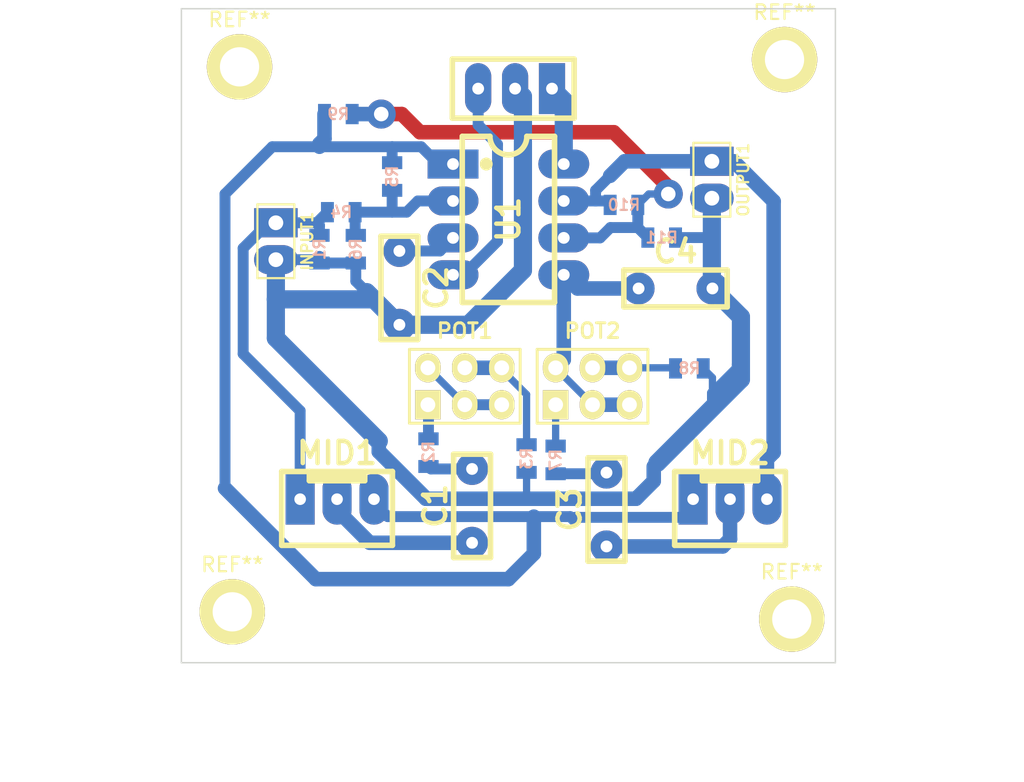
<source format=kicad_pcb>
(kicad_pcb (version 4) (host pcbnew 4.0.0-rc2-stable)

  (general
    (links 44)
    (no_connects 0)
    (area 179.867857 66.1452 250.632143 122.700001)
    (thickness 1.6)
    (drawings 6)
    (tracks 164)
    (zones 0)
    (modules 27)
    (nets 20)
  )

  (page A4)
  (layers
    (0 F.Cu signal)
    (31 B.Cu signal)
    (32 B.Adhes user)
    (33 F.Adhes user)
    (34 B.Paste user)
    (35 F.Paste user)
    (36 B.SilkS user)
    (37 F.SilkS user)
    (38 B.Mask user)
    (39 F.Mask user)
    (40 Dwgs.User user)
    (41 Cmts.User user)
    (42 Eco1.User user)
    (43 Eco2.User user hide)
    (44 Edge.Cuts user)
    (45 Margin user)
    (46 B.CrtYd user)
    (47 F.CrtYd user)
    (48 B.Fab user)
    (49 F.Fab user)
  )

  (setup
    (last_trace_width 0.25)
    (user_trace_width 0.5)
    (user_trace_width 0.75)
    (user_trace_width 1)
    (user_trace_width 1.25)
    (trace_clearance 0.2)
    (zone_clearance 0.508)
    (zone_45_only no)
    (trace_min 0.7)
    (segment_width 0.2)
    (edge_width 0.1)
    (via_size 0.6)
    (via_drill 0.4)
    (via_min_size 0.4)
    (via_min_drill 0.3)
    (user_via 1 0.5)
    (user_via 1.5 1)
    (user_via 2 1)
    (uvia_size 0.3)
    (uvia_drill 0.1)
    (uvias_allowed no)
    (uvia_min_size 0.2)
    (uvia_min_drill 0.1)
    (pcb_text_width 0.3)
    (pcb_text_size 1.5 1.5)
    (mod_edge_width 0.15)
    (mod_text_size 1 1)
    (mod_text_width 0.15)
    (pad_size 1.5 1.5)
    (pad_drill 0.6)
    (pad_to_mask_clearance 0)
    (aux_axis_origin 0 0)
    (visible_elements 7FFFFFFF)
    (pcbplotparams
      (layerselection 0x01000_80000001)
      (usegerberextensions false)
      (excludeedgelayer false)
      (linewidth 0.100000)
      (plotframeref false)
      (viasonmask false)
      (mode 1)
      (useauxorigin false)
      (hpglpennumber 1)
      (hpglpenspeed 20)
      (hpglpendiameter 15)
      (hpglpenoverlay 2)
      (psnegative false)
      (psa4output false)
      (plotreference false)
      (plotvalue false)
      (plotinvisibletext false)
      (padsonsilk false)
      (subtractmaskfromsilk false)
      (outputformat 4)
      (mirror false)
      (drillshape 0)
      (scaleselection 1)
      (outputdirectory ""))
  )

  (net 0 "")
  (net 1 "Net-(C1-Pad2)")
  (net 2 "Net-(C1-Pad1)")
  (net 3 GND)
  (net 4 "Net-(C2-Pad1)")
  (net 5 "Net-(C3-Pad2)")
  (net 6 "Net-(C3-Pad1)")
  (net 7 "Net-(C4-Pad1)")
  (net 8 "Net-(INPUT1-Pad1)")
  (net 9 "Net-(MID1-Pad3)")
  (net 10 "Net-(MID2-Pad3)")
  (net 11 "Net-(POT1-Pad1)")
  (net 12 "Net-(POT2-Pad5)")
  (net 13 "Net-(R4-Pad1)")
  (net 14 "Net-(R10-Pad2)")
  (net 15 "Net-(POT1-Pad5)")
  (net 16 "Net-(POT2-Pad1)")
  (net 17 +V)
  (net 18 -V)
  (net 19 "Net-(POT1-Pad2)")

  (net_class Default "This is the default net class."
    (clearance 0.2)
    (trace_width 0.25)
    (via_dia 0.6)
    (via_drill 0.4)
    (uvia_dia 0.3)
    (uvia_drill 0.1)
    (add_net +V)
    (add_net -V)
    (add_net GND)
    (add_net "Net-(C1-Pad1)")
    (add_net "Net-(C1-Pad2)")
    (add_net "Net-(C2-Pad1)")
    (add_net "Net-(C3-Pad1)")
    (add_net "Net-(C3-Pad2)")
    (add_net "Net-(C4-Pad1)")
    (add_net "Net-(INPUT1-Pad1)")
    (add_net "Net-(MID1-Pad3)")
    (add_net "Net-(MID2-Pad3)")
    (add_net "Net-(POT1-Pad1)")
    (add_net "Net-(POT1-Pad2)")
    (add_net "Net-(POT1-Pad5)")
    (add_net "Net-(POT2-Pad1)")
    (add_net "Net-(POT2-Pad5)")
    (add_net "Net-(R10-Pad2)")
    (add_net "Net-(R4-Pad1)")
  )

  (module Konektori:K_3X1_VERT_KV_R2,54 placed (layer F.Cu) (tedit 50106C9F) (tstamp 56B5FF9A)
    (at 203.21 101.25)
    (descr "Konektor 3x1 vertikalni sa kvačicom. Raster = 2,54. Molex model: 6373.")
    (path /56B5F2B8)
    (fp_text reference MID1 (at 0 -3.175) (layer F.SilkS)
      (effects (font (thickness 0.3048)))
    )
    (fp_text value R_POT (at 0 4.445) (layer F.SilkS) hide
      (effects (font (thickness 0.3048)))
    )
    (fp_line (start 1.778 -1.778) (end -1.778 -1.778) (layer F.SilkS) (width 0.381))
    (fp_line (start -1.778 -1.524) (end 1.778 -1.524) (layer F.SilkS) (width 0.381))
    (fp_line (start -1.905 -1.905) (end -1.905 -1.27) (layer F.SilkS) (width 0.381))
    (fp_line (start -1.905 -1.27) (end 1.905 -1.27) (layer F.SilkS) (width 0.381))
    (fp_line (start 1.905 -1.27) (end 1.905 -1.905) (layer F.SilkS) (width 0.381))
    (fp_line (start -3.81 3.175) (end -3.81 -1.905) (layer F.SilkS) (width 0.381))
    (fp_line (start 3.81 -1.905) (end 3.81 3.175) (layer F.SilkS) (width 0.381))
    (fp_line (start -3.81 -1.905) (end 3.81 -1.905) (layer F.SilkS) (width 0.381))
    (fp_line (start -3.81 3.175) (end 3.81 3.175) (layer F.SilkS) (width 0.381))
    (pad 1 thru_hole rect (at -2.54 0) (size 1.99898 3.50012) (drill 0.8001) (layers *.Cu)
      (net 8 "Net-(INPUT1-Pad1)"))
    (pad 2 thru_hole oval (at 0 0) (size 1.99898 3.50012) (drill 0.8001) (layers *.Cu)
      (net 2 "Net-(C1-Pad1)"))
    (pad 3 thru_hole oval (at 2.54 0) (size 1.99898 3.50012) (drill 0.8001) (layers *.Cu)
      (net 9 "Net-(MID1-Pad3)"))
    (model pin_array/pins_array_3x1.wrl
      (at (xyz 0 0 0))
      (scale (xyz 1 1 1))
      (rotate (xyz 0 0 0))
    )
  )

  (module "Elektronicki elementi:C_R5_D2,5X7,2" placed (layer F.Cu) (tedit 502687A2) (tstamp 56B5FF7B)
    (at 212.5 101.71 90)
    (descr "Kondenzator. Raster = 5. Dimenzije = 2,5 x 7,2.")
    (path /56B6490E)
    (fp_text reference C1 (at 0 -2.54 90) (layer F.SilkS)
      (effects (font (thickness 0.3048)))
    )
    (fp_text value 22n (at 0 3.175 90) (layer F.SilkS) hide
      (effects (font (thickness 0.3048)))
    )
    (fp_line (start -3.556 1.27) (end -3.556 -1.27) (layer F.SilkS) (width 0.381))
    (fp_line (start -3.556 -1.27) (end 3.556 -1.27) (layer F.SilkS) (width 0.381))
    (fp_line (start 3.556 -1.27) (end 3.556 1.27) (layer F.SilkS) (width 0.381))
    (fp_line (start 3.556 1.27) (end -3.556 1.27) (layer F.SilkS) (width 0.381))
    (pad 2 thru_hole circle (at 2.54 0 90) (size 2.19964 2.19964) (drill 0.8128) (layers *.Cu)
      (net 1 "Net-(C1-Pad2)"))
    (pad 1 thru_hole circle (at -2.54 0 90) (size 2.19964 2.19964) (drill 0.8128) (layers *.Cu)
      (net 2 "Net-(C1-Pad1)"))
  )

  (module "Elektronicki elementi:C_R5_D2,5X7,2" placed (layer F.Cu) (tedit 502687A2) (tstamp 56B5FF81)
    (at 207.5 86.71 270)
    (descr "Kondenzator. Raster = 5. Dimenzije = 2,5 x 7,2.")
    (path /56B64B25)
    (fp_text reference C2 (at 0 -2.54 270) (layer F.SilkS)
      (effects (font (thickness 0.3048)))
    )
    (fp_text value 22n (at 0 3.175 270) (layer F.SilkS) hide
      (effects (font (thickness 0.3048)))
    )
    (fp_line (start -3.556 1.27) (end -3.556 -1.27) (layer F.SilkS) (width 0.381))
    (fp_line (start -3.556 -1.27) (end 3.556 -1.27) (layer F.SilkS) (width 0.381))
    (fp_line (start 3.556 -1.27) (end 3.556 1.27) (layer F.SilkS) (width 0.381))
    (fp_line (start 3.556 1.27) (end -3.556 1.27) (layer F.SilkS) (width 0.381))
    (pad 2 thru_hole circle (at 2.54 0 270) (size 2.19964 2.19964) (drill 0.8128) (layers *.Cu)
      (net 3 GND))
    (pad 1 thru_hole circle (at -2.54 0 270) (size 2.19964 2.19964) (drill 0.8128) (layers *.Cu)
      (net 4 "Net-(C2-Pad1)"))
  )

  (module "Elektronicki elementi:C_R5_D2,5X7,2" placed (layer F.Cu) (tedit 502687A2) (tstamp 56B5FF87)
    (at 221.75 101.96 90)
    (descr "Kondenzator. Raster = 5. Dimenzije = 2,5 x 7,2.")
    (path /56B64BA8)
    (fp_text reference C3 (at 0 -2.54 90) (layer F.SilkS)
      (effects (font (thickness 0.3048)))
    )
    (fp_text value 4n7 (at 0 3.175 90) (layer F.SilkS) hide
      (effects (font (thickness 0.3048)))
    )
    (fp_line (start -3.556 1.27) (end -3.556 -1.27) (layer F.SilkS) (width 0.381))
    (fp_line (start -3.556 -1.27) (end 3.556 -1.27) (layer F.SilkS) (width 0.381))
    (fp_line (start 3.556 -1.27) (end 3.556 1.27) (layer F.SilkS) (width 0.381))
    (fp_line (start 3.556 1.27) (end -3.556 1.27) (layer F.SilkS) (width 0.381))
    (pad 2 thru_hole circle (at 2.54 0 90) (size 2.19964 2.19964) (drill 0.8128) (layers *.Cu)
      (net 5 "Net-(C3-Pad2)"))
    (pad 1 thru_hole circle (at -2.54 0 90) (size 2.19964 2.19964) (drill 0.8128) (layers *.Cu)
      (net 6 "Net-(C3-Pad1)"))
  )

  (module "Elektronicki elementi:C_R5_D2,5X7,2" placed (layer F.Cu) (tedit 502687A2) (tstamp 56B5FF8D)
    (at 226.5 86.75)
    (descr "Kondenzator. Raster = 5. Dimenzije = 2,5 x 7,2.")
    (path /56B64C65)
    (fp_text reference C4 (at 0 -2.54) (layer F.SilkS)
      (effects (font (thickness 0.3048)))
    )
    (fp_text value 4n7 (at 0 3.175) (layer F.SilkS) hide
      (effects (font (thickness 0.3048)))
    )
    (fp_line (start -3.556 1.27) (end -3.556 -1.27) (layer F.SilkS) (width 0.381))
    (fp_line (start -3.556 -1.27) (end 3.556 -1.27) (layer F.SilkS) (width 0.381))
    (fp_line (start 3.556 -1.27) (end 3.556 1.27) (layer F.SilkS) (width 0.381))
    (fp_line (start 3.556 1.27) (end -3.556 1.27) (layer F.SilkS) (width 0.381))
    (pad 2 thru_hole circle (at 2.54 0) (size 2.19964 2.19964) (drill 0.8128) (layers *.Cu)
      (net 3 GND))
    (pad 1 thru_hole circle (at -2.54 0) (size 2.19964 2.19964) (drill 0.8128) (layers *.Cu)
      (net 7 "Net-(C4-Pad1)"))
  )

  (module Konektori:K_2x1 placed (layer F.Cu) (tedit 51BDFB59) (tstamp 56B5FF93)
    (at 199 83.5 270)
    (descr "Connecteurs 2 pins")
    (tags "CONN DEV")
    (path /56B5F123)
    (fp_text reference INPUT1 (at 0 -2.159 270) (layer F.SilkS)
      (effects (font (size 0.762 0.762) (thickness 0.1524)))
    )
    (fp_text value K_2X1 (at 0 2.0955 270) (layer F.SilkS) hide
      (effects (font (size 0.762 0.762) (thickness 0.1524)))
    )
    (fp_line (start -2.54 1.27) (end -2.54 -1.27) (layer F.SilkS) (width 0.1524))
    (fp_line (start -2.54 -1.27) (end 2.54 -1.27) (layer F.SilkS) (width 0.1524))
    (fp_line (start 2.54 -1.27) (end 2.54 1.27) (layer F.SilkS) (width 0.1524))
    (fp_line (start 2.54 1.27) (end -2.54 1.27) (layer F.SilkS) (width 0.1524))
    (pad 1 thru_hole rect (at -1.27 0 270) (size 1.99898 2.99974) (drill 1.016) (layers *.Cu *.Mask)
      (net 8 "Net-(INPUT1-Pad1)"))
    (pad 2 thru_hole oval (at 1.27 0 270) (size 1.99898 2.99974) (drill 1.016) (layers *.Cu *.Mask)
      (net 3 GND))
    (model pin_array/pins_array_2x1.wrl
      (at (xyz 0 0 0))
      (scale (xyz 1 1 1))
      (rotate (xyz 0 0 0))
    )
  )

  (module Konektori:K_3X1_VERT_KV_R2,54 placed (layer F.Cu) (tedit 50106C9F) (tstamp 56B5FFA1)
    (at 230.25 101.25)
    (descr "Konektor 3x1 vertikalni sa kvačicom. Raster = 2,54. Molex model: 6373.")
    (path /56B5F349)
    (fp_text reference MID2 (at 0 -3.175) (layer F.SilkS)
      (effects (font (thickness 0.3048)))
    )
    (fp_text value R_POT (at 0 4.445) (layer F.SilkS) hide
      (effects (font (thickness 0.3048)))
    )
    (fp_line (start 1.778 -1.778) (end -1.778 -1.778) (layer F.SilkS) (width 0.381))
    (fp_line (start -1.778 -1.524) (end 1.778 -1.524) (layer F.SilkS) (width 0.381))
    (fp_line (start -1.905 -1.905) (end -1.905 -1.27) (layer F.SilkS) (width 0.381))
    (fp_line (start -1.905 -1.27) (end 1.905 -1.27) (layer F.SilkS) (width 0.381))
    (fp_line (start 1.905 -1.27) (end 1.905 -1.905) (layer F.SilkS) (width 0.381))
    (fp_line (start -3.81 3.175) (end -3.81 -1.905) (layer F.SilkS) (width 0.381))
    (fp_line (start 3.81 -1.905) (end 3.81 3.175) (layer F.SilkS) (width 0.381))
    (fp_line (start -3.81 -1.905) (end 3.81 -1.905) (layer F.SilkS) (width 0.381))
    (fp_line (start -3.81 3.175) (end 3.81 3.175) (layer F.SilkS) (width 0.381))
    (pad 1 thru_hole rect (at -2.54 0) (size 1.99898 3.50012) (drill 0.8001) (layers *.Cu)
      (net 9 "Net-(MID1-Pad3)"))
    (pad 2 thru_hole oval (at 0 0) (size 1.99898 3.50012) (drill 0.8001) (layers *.Cu)
      (net 6 "Net-(C3-Pad1)"))
    (pad 3 thru_hole oval (at 2.54 0) (size 1.99898 3.50012) (drill 0.8001) (layers *.Cu)
      (net 10 "Net-(MID2-Pad3)"))
    (model pin_array/pins_array_3x1.wrl
      (at (xyz 0 0 0))
      (scale (xyz 1 1 1))
      (rotate (xyz 0 0 0))
    )
  )

  (module Konektori:K_2x1 placed (layer F.Cu) (tedit 51BDFB59) (tstamp 56B5FFAD)
    (at 229 79.27 270)
    (descr "Connecteurs 2 pins")
    (tags "CONN DEV")
    (path /56B5FE14)
    (fp_text reference OUTPUT1 (at 0 -2.159 270) (layer F.SilkS)
      (effects (font (size 0.762 0.762) (thickness 0.1524)))
    )
    (fp_text value K_2X1 (at 0 2.0955 270) (layer F.SilkS) hide
      (effects (font (size 0.762 0.762) (thickness 0.1524)))
    )
    (fp_line (start -2.54 1.27) (end -2.54 -1.27) (layer F.SilkS) (width 0.1524))
    (fp_line (start -2.54 -1.27) (end 2.54 -1.27) (layer F.SilkS) (width 0.1524))
    (fp_line (start 2.54 -1.27) (end 2.54 1.27) (layer F.SilkS) (width 0.1524))
    (fp_line (start 2.54 1.27) (end -2.54 1.27) (layer F.SilkS) (width 0.1524))
    (pad 1 thru_hole rect (at -1.27 0 270) (size 1.99898 2.99974) (drill 1.016) (layers *.Cu *.Mask)
      (net 10 "Net-(MID2-Pad3)"))
    (pad 2 thru_hole oval (at 1.27 0 270) (size 1.99898 2.99974) (drill 1.016) (layers *.Cu *.Mask)
      (net 3 GND))
    (model pin_array/pins_array_2x1.wrl
      (at (xyz 0 0 0))
      (scale (xyz 1 1 1))
      (rotate (xyz 0 0 0))
    )
  )

  (module Konektori:K_3X2 placed (layer F.Cu) (tedit 512DE4CE) (tstamp 56B5FFB7)
    (at 212 93.48)
    (descr "Double rangee de contacts 2 x 4 pins")
    (tags CONN)
    (path /56B5F3D4)
    (fp_text reference POT1 (at 0 -3.81) (layer F.SilkS)
      (effects (font (size 1.016 1.016) (thickness 0.2032)))
    )
    (fp_text value R_POT_2 (at 0 3.81) (layer F.SilkS) hide
      (effects (font (size 1.016 1.016) (thickness 0.2032)))
    )
    (fp_line (start 3.81 2.54) (end -3.81 2.54) (layer F.SilkS) (width 0.2032))
    (fp_line (start -3.81 -2.54) (end 3.81 -2.54) (layer F.SilkS) (width 0.2032))
    (fp_line (start 3.81 -2.54) (end 3.81 2.54) (layer F.SilkS) (width 0.2032))
    (fp_line (start -3.81 2.54) (end -3.81 -2.54) (layer F.SilkS) (width 0.2032))
    (pad 1 thru_hole rect (at -2.54 1.27) (size 1.75006 1.99898) (drill 1.016) (layers *.Cu *.Mask F.SilkS)
      (net 11 "Net-(POT1-Pad1)"))
    (pad 4 thru_hole oval (at -2.54 -1.27) (size 1.75006 1.99898) (drill 1.016) (layers *.Cu *.Mask F.SilkS)
      (net 19 "Net-(POT1-Pad2)"))
    (pad 2 thru_hole oval (at 0 1.27) (size 1.75006 1.99898) (drill 1.016) (layers *.Cu *.Mask F.SilkS)
      (net 19 "Net-(POT1-Pad2)"))
    (pad 5 thru_hole oval (at 0 -1.27) (size 1.75006 1.99898) (drill 1.016) (layers *.Cu *.Mask F.SilkS)
      (net 15 "Net-(POT1-Pad5)"))
    (pad 3 thru_hole oval (at 2.54 1.27) (size 1.75006 1.99898) (drill 1.016) (layers *.Cu *.Mask F.SilkS)
      (net 19 "Net-(POT1-Pad2)"))
    (pad 6 thru_hole oval (at 2.54 -1.27) (size 1.75006 1.99898) (drill 1.016) (layers *.Cu *.Mask F.SilkS)
      (net 15 "Net-(POT1-Pad5)"))
    (model pin_array/pins_array_3x2.wrl
      (at (xyz 0 0 0))
      (scale (xyz 1 1 1))
      (rotate (xyz 0 0 0))
    )
  )

  (module Konektori:K_3X2 placed (layer F.Cu) (tedit 512DE4CE) (tstamp 56B5FFC1)
    (at 220.79 93.48)
    (descr "Double rangee de contacts 2 x 4 pins")
    (tags CONN)
    (path /56B5F4B4)
    (fp_text reference POT2 (at 0 -3.81) (layer F.SilkS)
      (effects (font (size 1.016 1.016) (thickness 0.2032)))
    )
    (fp_text value R_POT_2 (at 0 3.81) (layer F.SilkS) hide
      (effects (font (size 1.016 1.016) (thickness 0.2032)))
    )
    (fp_line (start 3.81 2.54) (end -3.81 2.54) (layer F.SilkS) (width 0.2032))
    (fp_line (start -3.81 -2.54) (end 3.81 -2.54) (layer F.SilkS) (width 0.2032))
    (fp_line (start 3.81 -2.54) (end 3.81 2.54) (layer F.SilkS) (width 0.2032))
    (fp_line (start -3.81 2.54) (end -3.81 -2.54) (layer F.SilkS) (width 0.2032))
    (pad 1 thru_hole rect (at -2.54 1.27) (size 1.75006 1.99898) (drill 1.016) (layers *.Cu *.Mask F.SilkS)
      (net 16 "Net-(POT2-Pad1)"))
    (pad 4 thru_hole oval (at -2.54 -1.27) (size 1.75006 1.99898) (drill 1.016) (layers *.Cu *.Mask F.SilkS)
      (net 7 "Net-(C4-Pad1)"))
    (pad 2 thru_hole oval (at 0 1.27) (size 1.75006 1.99898) (drill 1.016) (layers *.Cu *.Mask F.SilkS)
      (net 7 "Net-(C4-Pad1)"))
    (pad 5 thru_hole oval (at 0 -1.27) (size 1.75006 1.99898) (drill 1.016) (layers *.Cu *.Mask F.SilkS)
      (net 12 "Net-(POT2-Pad5)"))
    (pad 3 thru_hole oval (at 2.54 1.27) (size 1.75006 1.99898) (drill 1.016) (layers *.Cu *.Mask F.SilkS)
      (net 7 "Net-(C4-Pad1)"))
    (pad 6 thru_hole oval (at 2.54 -1.27) (size 1.75006 1.99898) (drill 1.016) (layers *.Cu *.Mask F.SilkS)
      (net 12 "Net-(POT2-Pad5)"))
    (model pin_array/pins_array_3x2.wrl
      (at (xyz 0 0 0))
      (scale (xyz 1 1 1))
      (rotate (xyz 0 0 0))
    )
  )

  (module "Elektronicki elementi:R_SMD_0805_NoSilk" placed (layer B.Cu) (tedit 53A2E750) (tstamp 56B5FFC7)
    (at 202 84.0475 270)
    (path /56B5F71D)
    (attr smd)
    (fp_text reference R1 (at 0 0 270) (layer B.SilkS)
      (effects (font (size 0.762 0.762) (thickness 0.1524)) (justify mirror))
    )
    (fp_text value 100k (at 0 0 270) (layer B.SilkS) hide
      (effects (font (size 0.635 0.635) (thickness 0.127)) (justify mirror))
    )
    (pad 1 smd rect (at -0.9525 0 270) (size 0.889 1.397) (layers B.Cu B.Paste B.Mask)
      (net 8 "Net-(INPUT1-Pad1)"))
    (pad 2 smd rect (at 0.9525 0 270) (size 0.889 1.397) (layers B.Cu B.Paste B.Mask)
      (net 3 GND))
    (model smd/chip_cms.wrl
      (at (xyz 0 0 0))
      (scale (xyz 0.1 0.1 0.1))
      (rotate (xyz 0 0 0))
    )
  )

  (module "Elektronicki elementi:R_SMD_0805_NoSilk" placed (layer B.Cu) (tedit 53A2E750) (tstamp 56B5FFCD)
    (at 209.5 98.0475 90)
    (path /56B5FC8A)
    (attr smd)
    (fp_text reference R2 (at 0.0475 0 90) (layer B.SilkS)
      (effects (font (size 0.762 0.762) (thickness 0.1524)) (justify mirror))
    )
    (fp_text value 10k (at 0 0 90) (layer B.SilkS) hide
      (effects (font (size 0.635 0.635) (thickness 0.127)) (justify mirror))
    )
    (pad 1 smd rect (at -0.9525 0 90) (size 0.889 1.397) (layers B.Cu B.Paste B.Mask)
      (net 1 "Net-(C1-Pad2)"))
    (pad 2 smd rect (at 0.9525 0 90) (size 0.889 1.397) (layers B.Cu B.Paste B.Mask)
      (net 11 "Net-(POT1-Pad1)"))
    (model smd/chip_cms.wrl
      (at (xyz 0 0 0))
      (scale (xyz 0.1 0.1 0.1))
      (rotate (xyz 0 0 0))
    )
  )

  (module "Elektronicki elementi:R_SMD_0805_NoSilk" placed (layer B.Cu) (tedit 53A2E750) (tstamp 56B5FFD3)
    (at 216.25 98.4525 270)
    (path /56B5F8CD)
    (attr smd)
    (fp_text reference R3 (at 0 0 270) (layer B.SilkS)
      (effects (font (size 0.762 0.762) (thickness 0.1524)) (justify mirror))
    )
    (fp_text value 10k (at 0 0 270) (layer B.SilkS) hide
      (effects (font (size 0.635 0.635) (thickness 0.127)) (justify mirror))
    )
    (pad 1 smd rect (at -0.9525 0 270) (size 0.889 1.397) (layers B.Cu B.Paste B.Mask)
      (net 15 "Net-(POT1-Pad5)"))
    (pad 2 smd rect (at 0.9525 0 270) (size 0.889 1.397) (layers B.Cu B.Paste B.Mask)
      (net 3 GND))
    (model smd/chip_cms.wrl
      (at (xyz 0 0 0))
      (scale (xyz 0.1 0.1 0.1))
      (rotate (xyz 0 0 0))
    )
  )

  (module "Elektronicki elementi:R_SMD_0805_NoSilk" placed (layer B.Cu) (tedit 53A2E750) (tstamp 56B5FFD9)
    (at 203.5 81.5 180)
    (path /56B5FC01)
    (attr smd)
    (fp_text reference R4 (at 0 0 180) (layer B.SilkS)
      (effects (font (size 0.762 0.762) (thickness 0.1524)) (justify mirror))
    )
    (fp_text value 2k7 (at 0 0 180) (layer B.SilkS) hide
      (effects (font (size 0.635 0.635) (thickness 0.127)) (justify mirror))
    )
    (pad 1 smd rect (at -0.9525 0 180) (size 0.889 1.397) (layers B.Cu B.Paste B.Mask)
      (net 13 "Net-(R4-Pad1)"))
    (pad 2 smd rect (at 0.9525 0 180) (size 0.889 1.397) (layers B.Cu B.Paste B.Mask)
      (net 8 "Net-(INPUT1-Pad1)"))
    (model smd/chip_cms.wrl
      (at (xyz 0 0 0))
      (scale (xyz 0.1 0.1 0.1))
      (rotate (xyz 0 0 0))
    )
  )

  (module "Elektronicki elementi:R_SMD_0805_NoSilk" placed (layer B.Cu) (tedit 53A2E750) (tstamp 56B5FFDF)
    (at 207 79.0475 270)
    (path /56B5FB76)
    (attr smd)
    (fp_text reference R5 (at 0 0 270) (layer B.SilkS)
      (effects (font (size 0.762 0.762) (thickness 0.1524)) (justify mirror))
    )
    (fp_text value 2k7 (at 0 0 270) (layer B.SilkS) hide
      (effects (font (size 0.635 0.635) (thickness 0.127)) (justify mirror))
    )
    (pad 1 smd rect (at -0.9525 0 270) (size 0.889 1.397) (layers B.Cu B.Paste B.Mask)
      (net 9 "Net-(MID1-Pad3)"))
    (pad 2 smd rect (at 0.9525 0 270) (size 0.889 1.397) (layers B.Cu B.Paste B.Mask)
      (net 13 "Net-(R4-Pad1)"))
    (model smd/chip_cms.wrl
      (at (xyz 0 0 0))
      (scale (xyz 0.1 0.1 0.1))
      (rotate (xyz 0 0 0))
    )
  )

  (module "Elektronicki elementi:R_SMD_0805_NoSilk" placed (layer B.Cu) (tedit 53A2E750) (tstamp 56B5FFE5)
    (at 204.5 84.0475 270)
    (path /56B5F802)
    (attr smd)
    (fp_text reference R6 (at 0 0 270) (layer B.SilkS)
      (effects (font (size 0.762 0.762) (thickness 0.1524)) (justify mirror))
    )
    (fp_text value 10k (at 0 0 270) (layer B.SilkS) hide
      (effects (font (size 0.635 0.635) (thickness 0.127)) (justify mirror))
    )
    (pad 1 smd rect (at -0.9525 0 270) (size 0.889 1.397) (layers B.Cu B.Paste B.Mask)
      (net 13 "Net-(R4-Pad1)"))
    (pad 2 smd rect (at 0.9525 0 270) (size 0.889 1.397) (layers B.Cu B.Paste B.Mask)
      (net 3 GND))
    (model smd/chip_cms.wrl
      (at (xyz 0 0 0))
      (scale (xyz 0.1 0.1 0.1))
      (rotate (xyz 0 0 0))
    )
  )

  (module "Elektronicki elementi:R_SMD_0805_NoSilk" placed (layer B.Cu) (tedit 53A2E750) (tstamp 56B5FFEB)
    (at 218.25 98.5475 90)
    (path /56B5FD53)
    (attr smd)
    (fp_text reference R7 (at 0 0 90) (layer B.SilkS)
      (effects (font (size 0.762 0.762) (thickness 0.1524)) (justify mirror))
    )
    (fp_text value 10k (at 0 0 90) (layer B.SilkS) hide
      (effects (font (size 0.635 0.635) (thickness 0.127)) (justify mirror))
    )
    (pad 1 smd rect (at -0.9525 0 90) (size 0.889 1.397) (layers B.Cu B.Paste B.Mask)
      (net 5 "Net-(C3-Pad2)"))
    (pad 2 smd rect (at 0.9525 0 90) (size 0.889 1.397) (layers B.Cu B.Paste B.Mask)
      (net 16 "Net-(POT2-Pad1)"))
    (model smd/chip_cms.wrl
      (at (xyz 0 0 0))
      (scale (xyz 0.1 0.1 0.1))
      (rotate (xyz 0 0 0))
    )
  )

  (module "Elektronicki elementi:R_SMD_0805_NoSilk" placed (layer B.Cu) (tedit 53A2E750) (tstamp 56B5FFF1)
    (at 227.4525 92.25)
    (path /56B5F942)
    (attr smd)
    (fp_text reference R8 (at 0 0) (layer B.SilkS)
      (effects (font (size 0.762 0.762) (thickness 0.1524)) (justify mirror))
    )
    (fp_text value R (at 0 0) (layer B.SilkS) hide
      (effects (font (size 0.635 0.635) (thickness 0.127)) (justify mirror))
    )
    (pad 1 smd rect (at -0.9525 0) (size 0.889 1.397) (layers B.Cu B.Paste B.Mask)
      (net 12 "Net-(POT2-Pad5)"))
    (pad 2 smd rect (at 0.9525 0) (size 0.889 1.397) (layers B.Cu B.Paste B.Mask)
      (net 3 GND))
    (model smd/chip_cms.wrl
      (at (xyz 0 0 0))
      (scale (xyz 0.1 0.1 0.1))
      (rotate (xyz 0 0 0))
    )
  )

  (module "Elektronicki elementi:R_SMD_0805_NoSilk" placed (layer B.Cu) (tedit 53A2E750) (tstamp 56B5FFF7)
    (at 203.2975 74.75 180)
    (path /56B5FA64)
    (attr smd)
    (fp_text reference R9 (at 0 0 180) (layer B.SilkS)
      (effects (font (size 0.762 0.762) (thickness 0.1524)) (justify mirror))
    )
    (fp_text value 2k7 (at 0 0 180) (layer B.SilkS) hide
      (effects (font (size 0.635 0.635) (thickness 0.127)) (justify mirror))
    )
    (pad 1 smd rect (at -0.9525 0 180) (size 0.889 1.397) (layers B.Cu B.Paste B.Mask)
      (net 14 "Net-(R10-Pad2)"))
    (pad 2 smd rect (at 0.9525 0 180) (size 0.889 1.397) (layers B.Cu B.Paste B.Mask)
      (net 9 "Net-(MID1-Pad3)"))
    (model smd/chip_cms.wrl
      (at (xyz 0 0 0))
      (scale (xyz 0.1 0.1 0.1))
      (rotate (xyz 0 0 0))
    )
  )

  (module "Elektronicki elementi:R_SMD_0805_NoSilk" placed (layer B.Cu) (tedit 53A2E750) (tstamp 56B5FFFD)
    (at 222.9525 81)
    (path /56B5FB17)
    (attr smd)
    (fp_text reference R10 (at 0 0) (layer B.SilkS)
      (effects (font (size 0.762 0.762) (thickness 0.1524)) (justify mirror))
    )
    (fp_text value 2k7 (at 0 0) (layer B.SilkS) hide
      (effects (font (size 0.635 0.635) (thickness 0.127)) (justify mirror))
    )
    (pad 1 smd rect (at -0.9525 0) (size 0.889 1.397) (layers B.Cu B.Paste B.Mask)
      (net 10 "Net-(MID2-Pad3)"))
    (pad 2 smd rect (at 0.9525 0) (size 0.889 1.397) (layers B.Cu B.Paste B.Mask)
      (net 14 "Net-(R10-Pad2)"))
    (model smd/chip_cms.wrl
      (at (xyz 0 0 0))
      (scale (xyz 0.1 0.1 0.1))
      (rotate (xyz 0 0 0))
    )
  )

  (module "Elektronicki elementi:R_SMD_0805_NoSilk" placed (layer B.Cu) (tedit 53A2E750) (tstamp 56B60003)
    (at 225.5475 83.25)
    (path /56B5F9F9)
    (attr smd)
    (fp_text reference R11 (at 0 0) (layer B.SilkS)
      (effects (font (size 0.762 0.762) (thickness 0.1524)) (justify mirror))
    )
    (fp_text value 10k (at 0 0) (layer B.SilkS) hide
      (effects (font (size 0.635 0.635) (thickness 0.127)) (justify mirror))
    )
    (pad 1 smd rect (at -0.9525 0) (size 0.889 1.397) (layers B.Cu B.Paste B.Mask)
      (net 14 "Net-(R10-Pad2)"))
    (pad 2 smd rect (at 0.9525 0) (size 0.889 1.397) (layers B.Cu B.Paste B.Mask)
      (net 3 GND))
    (model smd/chip_cms.wrl
      (at (xyz 0 0 0))
      (scale (xyz 0.1 0.1 0.1))
      (rotate (xyz 0 0 0))
    )
  )

  (module "Elektronicki elementi:DIP-8" placed (layer F.Cu) (tedit 50106D41) (tstamp 56B6000F)
    (at 215 82 270)
    (path /56B5F1C6)
    (fp_text reference U1 (at 0 0 270) (layer F.SilkS)
      (effects (font (thickness 0.3048)))
    )
    (fp_text value TL072 (at 0 7.62 270) (layer F.SilkS) hide
      (effects (font (thickness 0.3048)))
    )
    (fp_arc (start -5.715 0) (end -4.445 0) (angle 90) (layer F.SilkS) (width 0.381))
    (fp_arc (start -5.715 0) (end -5.715 -1.27) (angle 90) (layer F.SilkS) (width 0.381))
    (fp_line (start -5.715 -3.175) (end -5.715 -1.27) (layer F.SilkS) (width 0.381))
    (fp_line (start -5.715 1.27) (end -5.715 3.175) (layer F.SilkS) (width 0.381))
    (fp_line (start -5.715 3.175) (end 5.715 3.175) (layer F.SilkS) (width 0.381))
    (fp_line (start 5.715 3.175) (end 5.715 -3.175) (layer F.SilkS) (width 0.381))
    (fp_line (start 5.715 -3.175) (end -5.715 -3.175) (layer F.SilkS) (width 0.381))
    (fp_line (start -4.064 1.524) (end -3.556 1.524) (layer F.SilkS) (width 0.381))
    (fp_circle (center -3.81 1.524) (end -3.556 1.524) (layer F.SilkS) (width 0.381))
    (pad 1 thru_hole rect (at -3.81 3.81 270) (size 1.99898 3.50012) (drill 0.8128) (layers *.Cu)
      (net 9 "Net-(MID1-Pad3)"))
    (pad 2 thru_hole oval (at -1.27 3.81 270) (size 1.99898 3.50012) (drill 0.8128) (layers *.Cu)
      (net 13 "Net-(R4-Pad1)"))
    (pad 3 thru_hole oval (at 1.27 3.81 270) (size 1.99898 3.50012) (drill 0.8128) (layers *.Cu)
      (net 4 "Net-(C2-Pad1)"))
    (pad 4 thru_hole oval (at 3.81 3.81 270) (size 1.99898 3.50012) (drill 0.8128) (layers *.Cu)
      (net 18 -V))
    (pad 5 thru_hole oval (at 3.81 -3.81 270) (size 1.99898 3.50012) (drill 0.8128) (layers *.Cu)
      (net 7 "Net-(C4-Pad1)"))
    (pad 6 thru_hole oval (at 1.27 -3.81 270) (size 1.99898 3.50012) (drill 0.8128) (layers *.Cu)
      (net 14 "Net-(R10-Pad2)"))
    (pad 7 thru_hole oval (at -1.27 -3.81 270) (size 1.99898 3.50012) (drill 0.8128) (layers *.Cu)
      (net 10 "Net-(MID2-Pad3)"))
    (pad 8 thru_hole oval (at -3.81 -3.81 270) (size 1.99898 3.50012) (drill 0.8128) (layers *.Cu)
      (net 17 +V))
    (model dil/dil_8.wrl
      (at (xyz 0 0 0))
      (scale (xyz 1 1 1))
      (rotate (xyz 0 0 0))
    )
  )

  (module Konektori:K_3x1_PIN_R2,54 (layer F.Cu) (tedit 529C6A5F) (tstamp 56E9A8C8)
    (at 215.46 73 180)
    (path /56E9EA76)
    (fp_text reference P1 (at -0.6096 -4.7752 180) (layer F.SilkS) hide
      (effects (font (thickness 0.3048)))
    )
    (fp_text value CONN_01X03 (at 0 5.1308 180) (layer F.SilkS) hide
      (effects (font (thickness 0.3048)))
    )
    (fp_line (start 4.318 2.032) (end 4.318 -2.032) (layer F.SilkS) (width 0.381))
    (fp_line (start 4.318 -2.032) (end -4.064 -2.032) (layer F.SilkS) (width 0.381))
    (fp_line (start -4.064 -2.032) (end -4.064 2.032) (layer F.SilkS) (width 0.381))
    (fp_line (start -4.064 2.032) (end 4.318 2.032) (layer F.SilkS) (width 0.381))
    (pad 1 thru_hole rect (at -2.54 0 180) (size 1.80086 3.50012) (drill 0.8128) (layers *.Cu *.Mask)
      (net 17 +V))
    (pad 2 thru_hole oval (at 0 0 180) (size 1.80086 3.50012) (drill 0.8128) (layers *.Cu *.Mask)
      (net 3 GND))
    (pad 3 thru_hole oval (at 2.54 0 180) (size 1.80086 3.50012) (drill 0.8128) (layers *.Cu *.Mask)
      (net 18 -V))
    (model pin_array/pins_array_3x1.wrl
      (at (xyz 0 0 0))
      (scale (xyz 1 1 1))
      (rotate (xyz 0 0 0))
    )
  )

  (module Mounting_Holes:MountingHole_2.7mm_M2.5_ISO14580_Pad (layer F.Cu) (tedit 56D1B4CB) (tstamp 5707A9D1)
    (at 196.5 71.5)
    (descr "Mounting Hole 2.7mm, M2.5, ISO14580")
    (tags "mounting hole 2.7mm m2.5 iso14580")
    (fp_text reference REF** (at 0 -3.25) (layer F.SilkS)
      (effects (font (size 1 1) (thickness 0.15)))
    )
    (fp_text value MountingHole_2.7mm_M2.5_ISO14580_Pad (at 0 3.25) (layer F.Fab)
      (effects (font (size 1 1) (thickness 0.15)))
    )
    (fp_circle (center 0 0) (end 2.25 0) (layer Cmts.User) (width 0.15))
    (fp_circle (center 0 0) (end 2.5 0) (layer F.CrtYd) (width 0.05))
    (pad 1 thru_hole circle (at 0 0) (size 4.5 4.5) (drill 2.7) (layers *.Cu *.Mask F.SilkS))
  )

  (module Mounting_Holes:MountingHole_2.7mm_M2.5_ISO14580_Pad (layer F.Cu) (tedit 56D1B4CB) (tstamp 5707A9DB)
    (at 234 71)
    (descr "Mounting Hole 2.7mm, M2.5, ISO14580")
    (tags "mounting hole 2.7mm m2.5 iso14580")
    (fp_text reference REF** (at 0 -3.25) (layer F.SilkS)
      (effects (font (size 1 1) (thickness 0.15)))
    )
    (fp_text value MountingHole_2.7mm_M2.5_ISO14580_Pad (at 0 3.25) (layer F.Fab)
      (effects (font (size 1 1) (thickness 0.15)))
    )
    (fp_circle (center 0 0) (end 2.25 0) (layer Cmts.User) (width 0.15))
    (fp_circle (center 0 0) (end 2.5 0) (layer F.CrtYd) (width 0.05))
    (pad 1 thru_hole circle (at 0 0) (size 4.5 4.5) (drill 2.7) (layers *.Cu *.Mask F.SilkS))
  )

  (module Mounting_Holes:MountingHole_2.7mm_M2.5_ISO14580_Pad (layer F.Cu) (tedit 56D1B4CB) (tstamp 5707A9E5)
    (at 196 109)
    (descr "Mounting Hole 2.7mm, M2.5, ISO14580")
    (tags "mounting hole 2.7mm m2.5 iso14580")
    (fp_text reference REF** (at 0 -3.25) (layer F.SilkS)
      (effects (font (size 1 1) (thickness 0.15)))
    )
    (fp_text value MountingHole_2.7mm_M2.5_ISO14580_Pad (at 0 3.25) (layer F.Fab)
      (effects (font (size 1 1) (thickness 0.15)))
    )
    (fp_circle (center 0 0) (end 2.25 0) (layer Cmts.User) (width 0.15))
    (fp_circle (center 0 0) (end 2.5 0) (layer F.CrtYd) (width 0.05))
    (pad 1 thru_hole circle (at 0 0) (size 4.5 4.5) (drill 2.7) (layers *.Cu *.Mask F.SilkS))
  )

  (module Mounting_Holes:MountingHole_2.7mm_M2.5_ISO14580_Pad (layer F.Cu) (tedit 56D1B4CB) (tstamp 5707A9F7)
    (at 234.5 109.5)
    (descr "Mounting Hole 2.7mm, M2.5, ISO14580")
    (tags "mounting hole 2.7mm m2.5 iso14580")
    (fp_text reference REF** (at 0 -3.25) (layer F.SilkS)
      (effects (font (size 1 1) (thickness 0.15)))
    )
    (fp_text value MountingHole_2.7mm_M2.5_ISO14580_Pad (at 0 3.25) (layer F.Fab)
      (effects (font (size 1 1) (thickness 0.15)))
    )
    (fp_circle (center 0 0) (end 2.25 0) (layer Cmts.User) (width 0.15))
    (fp_circle (center 0 0) (end 2.5 0) (layer F.CrtYd) (width 0.05))
    (pad 1 thru_hole circle (at 0 0) (size 4.5 4.5) (drill 2.7) (layers *.Cu *.Mask F.SilkS))
  )

  (dimension 45 (width 0.3) (layer Margin)
    (gr_text "45,000 mm" (at 215 121.35) (layer Margin)
      (effects (font (size 1.5 1.5) (thickness 0.3)))
    )
    (feature1 (pts (xy 237.5 112.5) (xy 237.5 122.7)))
    (feature2 (pts (xy 192.5 112.5) (xy 192.5 122.7)))
    (crossbar (pts (xy 192.5 120) (xy 237.5 120)))
    (arrow1a (pts (xy 237.5 120) (xy 236.373496 120.586421)))
    (arrow1b (pts (xy 237.5 120) (xy 236.373496 119.413579)))
    (arrow2a (pts (xy 192.5 120) (xy 193.626504 120.586421)))
    (arrow2b (pts (xy 192.5 120) (xy 193.626504 119.413579)))
  )
  (dimension 45 (width 0.3) (layer Margin)
    (gr_text "45,000 mm" (at 243.85 90 270) (layer Margin)
      (effects (font (size 1.5 1.5) (thickness 0.3)))
    )
    (feature1 (pts (xy 237.5 112.5) (xy 245.2 112.5)))
    (feature2 (pts (xy 237.5 67.5) (xy 245.2 67.5)))
    (crossbar (pts (xy 242.5 67.5) (xy 242.5 112.5)))
    (arrow1a (pts (xy 242.5 112.5) (xy 241.913579 111.373496)))
    (arrow1b (pts (xy 242.5 112.5) (xy 243.086421 111.373496)))
    (arrow2a (pts (xy 242.5 67.5) (xy 241.913579 68.626504)))
    (arrow2b (pts (xy 242.5 67.5) (xy 243.086421 68.626504)))
  )
  (gr_line (start 192.5 67.5) (end 192.5 112.5) (angle 90) (layer Edge.Cuts) (width 0.1))
  (gr_line (start 237.5 67.5) (end 192.5 67.5) (angle 90) (layer Edge.Cuts) (width 0.1))
  (gr_line (start 237.5 112.5) (end 237.5 67.5) (angle 90) (layer Edge.Cuts) (width 0.1))
  (gr_line (start 192.5 112.5) (end 237.5 112.5) (angle 90) (layer Edge.Cuts) (width 0.1))

  (segment (start 212.5 99.17) (end 209.67 99.17) (width 0.75) (layer B.Cu) (net 1))
  (segment (start 209.67 99.17) (end 209.5 99) (width 0.75) (layer B.Cu) (net 1))
  (segment (start 212.5 104.25) (end 205.45943 104.25) (width 1) (layer B.Cu) (net 2))
  (segment (start 205.45943 104.25) (end 203.21 102.00057) (width 1) (layer B.Cu) (net 2))
  (segment (start 203.21 102.00057) (end 203.21 101.25) (width 1) (layer B.Cu) (net 2))
  (via (at 203.21 101.25) (size 0.6) (drill 0.4) (layers F.Cu B.Cu) (net 2))
  (segment (start 206.082358 97.25) (end 206.082358 97.98536) (width 1) (layer B.Cu) (net 3))
  (segment (start 206.082358 97.98536) (end 209.316819 101.219821) (width 1) (layer B.Cu) (net 3))
  (segment (start 209.316819 101.219821) (end 223.780179 101.219821) (width 1) (layer B.Cu) (net 3))
  (segment (start 206.082358 97.25) (end 206.082358 97.76036) (width 0.75) (layer B.Cu) (net 3))
  (segment (start 206.082358 97.76036) (end 209.416819 101.094821) (width 0.75) (layer B.Cu) (net 3))
  (segment (start 209.416819 101.094821) (end 214.655179 101.094821) (width 0.75) (layer B.Cu) (net 3))
  (segment (start 199 87.5) (end 199 90.167642) (width 1.25) (layer B.Cu) (net 3))
  (segment (start 199 84.77) (end 199 87.5) (width 1.25) (layer B.Cu) (net 3))
  (segment (start 207.5 89.25) (end 205.75 87.5) (width 1.25) (layer B.Cu) (net 3))
  (segment (start 205.75 87.5) (end 205.25 87) (width 1.25) (layer B.Cu) (net 3))
  (segment (start 199 87.5) (end 205.75 87.5) (width 1.25) (layer B.Cu) (net 3))
  (segment (start 229 80.54) (end 229 86.71) (width 1.25) (layer B.Cu) (net 3))
  (segment (start 229 86.71) (end 229.04 86.75) (width 1.25) (layer B.Cu) (net 3))
  (segment (start 215.46 73) (end 216 73.54) (width 1.25) (layer B.Cu) (net 3))
  (segment (start 216 73.54) (end 216 85.5) (width 1.25) (layer B.Cu) (net 3))
  (segment (start 216 85.5) (end 212.25 89.25) (width 1.25) (layer B.Cu) (net 3))
  (segment (start 212.25 89.25) (end 207.5 89.25) (width 1.25) (layer B.Cu) (net 3))
  (segment (start 225 99) (end 225 100) (width 1) (layer B.Cu) (net 3))
  (segment (start 225 100) (end 223.905179 101.094821) (width 1) (layer B.Cu) (net 3))
  (segment (start 223.780179 101.219821) (end 223.905179 101.094821) (width 1) (layer B.Cu) (net 3))
  (segment (start 214.655179 101.094821) (end 216.25 101.094821) (width 0.75) (layer B.Cu) (net 3))
  (segment (start 204.5 86.25) (end 205.25 87) (width 0.75) (layer B.Cu) (net 3))
  (segment (start 225 99) (end 225.25 98.75) (width 0.75) (layer B.Cu) (net 3))
  (segment (start 225.25 98.75) (end 229.04 94.96) (width 0.75) (layer B.Cu) (net 3))
  (segment (start 231 92) (end 231 93) (width 1.25) (layer B.Cu) (net 3))
  (segment (start 231 93) (end 225.25 98.75) (width 1.25) (layer B.Cu) (net 3))
  (segment (start 231 92) (end 231 88.71) (width 1.25) (layer B.Cu) (net 3))
  (segment (start 231 88.71) (end 229.04 86.75) (width 1.25) (layer B.Cu) (net 3))
  (segment (start 199 90.167642) (end 206.082358 97.25) (width 1.25) (layer B.Cu) (net 3))
  (segment (start 229.04 83.5) (end 229.04 83) (width 0.75) (layer B.Cu) (net 3))
  (segment (start 226.5 83.25) (end 228.79 83.25) (width 0.75) (layer B.Cu) (net 3))
  (segment (start 228.79 83.25) (end 229.04 83) (width 0.75) (layer B.Cu) (net 3))
  (segment (start 229 83.5) (end 229.04 83.5) (width 0.75) (layer B.Cu) (net 3) (tstamp 56B61D70))
  (segment (start 229 83.29) (end 229 83.5) (width 0.75) (layer B.Cu) (net 3) (tstamp 56B61D6F))
  (segment (start 229.04 83.25) (end 229 83.29) (width 0.75) (layer B.Cu) (net 3) (tstamp 56B61D6E))
  (segment (start 229.04 86.75) (end 229.04 83.5) (width 0.75) (layer B.Cu) (net 3))
  (segment (start 229.04 86.75) (end 228.7025 86.75) (width 0.75) (layer B.Cu) (net 3))
  (segment (start 229.04 93.96) (end 229.04 92.885) (width 0.5) (layer B.Cu) (net 3))
  (segment (start 229.04 92.885) (end 228.405 92.25) (width 0.5) (layer B.Cu) (net 3))
  (segment (start 216.25 101.094821) (end 223.905179 101.094821) (width 0.75) (layer B.Cu) (net 3))
  (segment (start 216.25 101.094821) (end 216.25 99.5) (width 0.5) (layer B.Cu) (net 3))
  (segment (start 229.04 94.96) (end 229.04 93.96) (width 0.75) (layer B.Cu) (net 3))
  (segment (start 229.04 93.96) (end 231 92) (width 0.75) (layer B.Cu) (net 3))
  (segment (start 207.5 89.25) (end 207.75 89.25) (width 0.75) (layer B.Cu) (net 3))
  (segment (start 204.5 85) (end 204.5 86.25) (width 0.75) (layer B.Cu) (net 3))
  (segment (start 202 85) (end 204.5 85) (width 0.75) (layer B.Cu) (net 3))
  (segment (start 199 84.77) (end 201.77 84.77) (width 0.75) (layer B.Cu) (net 3))
  (segment (start 201.77 84.77) (end 202 84.54) (width 0.75) (layer B.Cu) (net 3))
  (segment (start 207.5 84.17) (end 210.29 84.17) (width 0.75) (layer B.Cu) (net 4))
  (segment (start 210.29 84.17) (end 211.19 83.27) (width 0.75) (layer B.Cu) (net 4))
  (segment (start 211.94057 83.27) (end 211.19 83.27) (width 0.75) (layer B.Cu) (net 4))
  (segment (start 218.25 99.5) (end 221.67 99.5) (width 0.75) (layer B.Cu) (net 5))
  (segment (start 221.67 99.5) (end 221.75 99.42) (width 0.75) (layer B.Cu) (net 5))
  (segment (start 221.75 104.5) (end 229.75006 104.5) (width 1) (layer B.Cu) (net 6))
  (segment (start 229.75006 104.5) (end 230.25 104.00006) (width 1) (layer B.Cu) (net 6))
  (segment (start 230.25 104.00006) (end 230.25 101.25) (width 1) (layer B.Cu) (net 6))
  (segment (start 220.79 94.75) (end 223.33 94.75) (width 1) (layer B.Cu) (net 7))
  (segment (start 218.81 85.81) (end 218.81 91.65) (width 1) (layer B.Cu) (net 7))
  (segment (start 218.81 91.65) (end 218.25 92.21) (width 1) (layer B.Cu) (net 7))
  (segment (start 223.96 86.75) (end 219.75 86.75) (width 1) (layer B.Cu) (net 7))
  (segment (start 219.75 86.75) (end 218.81 85.81) (width 1) (layer B.Cu) (net 7))
  (segment (start 218.25 92.21) (end 220.79 94.75) (width 0.5) (layer B.Cu) (net 7))
  (segment (start 200.67 101.25) (end 200.67 95.17) (width 0.75) (layer B.Cu) (net 8))
  (segment (start 200.67 95.17) (end 196.75 91.25) (width 0.75) (layer B.Cu) (net 8))
  (segment (start 196.75 91.25) (end 196.75 83.97962) (width 0.75) (layer B.Cu) (net 8))
  (segment (start 196.75 83.97962) (end 198.49962 82.23) (width 0.75) (layer B.Cu) (net 8))
  (segment (start 198.49962 82.23) (end 199 82.23) (width 0.75) (layer B.Cu) (net 8))
  (segment (start 202 83.095) (end 202 82.4125) (width 0.75) (layer B.Cu) (net 8))
  (segment (start 202 82.4125) (end 201.8175 82.23) (width 0.75) (layer B.Cu) (net 8))
  (segment (start 199 82.23) (end 201.8175 82.23) (width 0.75) (layer B.Cu) (net 8))
  (segment (start 201.8175 82.23) (end 202.5475 81.5) (width 0.75) (layer B.Cu) (net 8))
  (segment (start 202.5 81.5) (end 202.5475 81.5) (width 0.75) (layer B.Cu) (net 8) (tstamp 56B603E4))
  (segment (start 201.75 106.75) (end 195.5 100.5) (width 1) (layer B.Cu) (net 9))
  (segment (start 201.75 106.75) (end 215 106.75) (width 1) (layer B.Cu) (net 9))
  (segment (start 215 106.75) (end 216.75 105) (width 1) (layer B.Cu) (net 9))
  (segment (start 216.75 105) (end 216.75 102.450011) (width 1) (layer B.Cu) (net 9))
  (segment (start 206.699501 102.450011) (end 216.75 102.450011) (width 0.75) (layer B.Cu) (net 9))
  (segment (start 216.75 102.450011) (end 219.256515 102.450011) (width 0.75) (layer B.Cu) (net 9))
  (segment (start 219.450011 102.643507) (end 219.593518 102.5) (width 0.75) (layer B.Cu) (net 9))
  (segment (start 219.593518 102.5) (end 227.25 102.5) (width 0.75) (layer B.Cu) (net 9))
  (segment (start 227.25 102.5) (end 227.75 102) (width 0.75) (layer B.Cu) (net 9))
  (segment (start 227.75 102) (end 227.71 101.96) (width 0.75) (layer B.Cu) (net 9))
  (segment (start 227.71 101.96) (end 227.71 101.25) (width 0.75) (layer B.Cu) (net 9))
  (segment (start 195.5 100.5) (end 195.5 80.25) (width 0.75) (layer B.Cu) (net 9))
  (segment (start 195.5 80.25) (end 198.75 77) (width 0.75) (layer B.Cu) (net 9))
  (segment (start 198.75 77) (end 202 77) (width 0.75) (layer B.Cu) (net 9))
  (segment (start 205.75 101.25) (end 205.49949 101.25) (width 0.75) (layer B.Cu) (net 9))
  (segment (start 205.49949 101.25) (end 206.699501 102.450011) (width 0.75) (layer B.Cu) (net 9))
  (segment (start 219.256515 102.450011) (end 219.450011 102.643507) (width 0.75) (layer B.Cu) (net 9))
  (segment (start 202 77) (end 207 77) (width 0.75) (layer B.Cu) (net 9))
  (segment (start 202.345 74.75) (end 202.345 76.4485) (width 1) (layer B.Cu) (net 9))
  (segment (start 202.345 76.4485) (end 202 76.7935) (width 1) (layer B.Cu) (net 9))
  (segment (start 202 76.7935) (end 202 77) (width 1) (layer B.Cu) (net 9))
  (segment (start 207 78.095) (end 207 77) (width 0.75) (layer B.Cu) (net 9))
  (segment (start 207 77) (end 209 77) (width 0.75) (layer B.Cu) (net 9))
  (segment (start 209 77) (end 210.19 78.19) (width 0.75) (layer B.Cu) (net 9))
  (segment (start 210.19 78.19) (end 211.19 78.19) (width 0.75) (layer B.Cu) (net 9))
  (segment (start 221 80) (end 222 79) (width 0.75) (layer B.Cu) (net 10))
  (segment (start 229 78) (end 223 78) (width 1) (layer B.Cu) (net 10))
  (segment (start 223 78) (end 222 79) (width 1) (layer B.Cu) (net 10))
  (segment (start 229 78) (end 230.5 78) (width 1) (layer B.Cu) (net 10))
  (segment (start 230.5 78) (end 233.25 80.75) (width 1) (layer B.Cu) (net 10))
  (segment (start 232.79 98.49994) (end 232.79 101.25) (width 1) (layer B.Cu) (net 10))
  (segment (start 233.25 80.75) (end 233.25 98.03994) (width 1) (layer B.Cu) (net 10))
  (segment (start 233.25 98.03994) (end 232.79 98.49994) (width 1) (layer B.Cu) (net 10))
  (segment (start 221 80.73) (end 221.73 80.73) (width 0.75) (layer B.Cu) (net 10))
  (segment (start 218.81 80.73) (end 221 80.73) (width 0.75) (layer B.Cu) (net 10))
  (segment (start 221 80.73) (end 221 80) (width 0.75) (layer B.Cu) (net 10))
  (segment (start 218.05943 80.73) (end 218.81 80.73) (width 0.75) (layer B.Cu) (net 10))
  (segment (start 221.73 80.73) (end 222 81) (width 0.75) (layer B.Cu) (net 10))
  (segment (start 219.97987 80.73) (end 218.81 80.73) (width 0.75) (layer B.Cu) (net 10))
  (segment (start 220.02 80.73) (end 218.81 80.73) (width 0.5) (layer B.Cu) (net 10))
  (segment (start 209.5 97.095) (end 209.5 94.79) (width 0.75) (layer B.Cu) (net 11))
  (segment (start 209.5 94.79) (end 209.46 94.75) (width 0.75) (layer B.Cu) (net 11))
  (segment (start 220.79 92.21) (end 223.33 92.21) (width 1) (layer B.Cu) (net 12))
  (segment (start 223.33 92.21) (end 226.46 92.21) (width 0.5) (layer B.Cu) (net 12))
  (segment (start 226.46 92.21) (end 226.5 92.25) (width 0.5) (layer B.Cu) (net 12))
  (segment (start 204.4525 81.5) (end 207 81.5) (width 0.75) (layer B.Cu) (net 13))
  (segment (start 207 81.5) (end 208 81.5) (width 0.75) (layer B.Cu) (net 13))
  (segment (start 207 80) (end 207 81.5) (width 0.75) (layer B.Cu) (net 13))
  (segment (start 208 81.5) (end 208.77 80.73) (width 0.75) (layer B.Cu) (net 13))
  (segment (start 204.4525 81.5) (end 204.4525 83.0475) (width 0.75) (layer B.Cu) (net 13))
  (segment (start 204.4525 83.0475) (end 204.5 83.095) (width 0.75) (layer B.Cu) (net 13))
  (segment (start 204.5 81.5) (end 204.4525 81.5) (width 0.75) (layer B.Cu) (net 13) (tstamp 56B603E8))
  (segment (start 208.77 80.73) (end 211.19 80.73) (width 0.75) (layer B.Cu) (net 13) (tstamp 56B603EC))
  (segment (start 226 80.25) (end 224.655 80.25) (width 0.5) (layer B.Cu) (net 14))
  (segment (start 224.655 80.25) (end 223.905 81) (width 0.5) (layer B.Cu) (net 14))
  (segment (start 222.25 76) (end 226 79.75) (width 1) (layer F.Cu) (net 14))
  (segment (start 226 79.75) (end 226 80.25) (width 1) (layer F.Cu) (net 14))
  (via (at 226 80.25) (size 2) (drill 1) (layers F.Cu B.Cu) (net 14))
  (segment (start 208.914213 76) (end 222.25 76) (width 1) (layer F.Cu) (net 14))
  (segment (start 206.25 74.75) (end 207.664213 74.75) (width 1) (layer F.Cu) (net 14))
  (segment (start 207.664213 74.75) (end 208.914213 76) (width 1) (layer F.Cu) (net 14))
  (via (at 206.25 74.75) (size 2) (drill 1) (layers F.Cu B.Cu) (net 14))
  (segment (start 204.25 74.75) (end 206.25 74.75) (width 1) (layer B.Cu) (net 14))
  (segment (start 218.81 83.27) (end 221.31006 83.27) (width 0.75) (layer B.Cu) (net 14))
  (segment (start 221.31006 83.27) (end 222.02006 82.56) (width 0.75) (layer B.Cu) (net 14))
  (segment (start 222.02006 82.56) (end 223.905 82.56) (width 0.75) (layer B.Cu) (net 14))
  (segment (start 223.905 81) (end 223.905 82.56) (width 0.75) (layer B.Cu) (net 14))
  (segment (start 223.905 82.56) (end 224.595 83.25) (width 0.75) (layer B.Cu) (net 14))
  (segment (start 218.83 83.25) (end 218.81 83.27) (width 0.5) (layer B.Cu) (net 14))
  (segment (start 212 92.21) (end 214.54 92.21) (width 1) (layer B.Cu) (net 15))
  (segment (start 214.54 92.21) (end 214.54 92.33446) (width 0.5) (layer B.Cu) (net 15))
  (segment (start 214.54 92.33446) (end 216.25 94.04446) (width 0.5) (layer B.Cu) (net 15))
  (segment (start 216.25 94.04446) (end 216.25 97.5) (width 0.5) (layer B.Cu) (net 15))
  (segment (start 218.25 94.75) (end 218.25 97.75) (width 0.5) (layer B.Cu) (net 16))
  (segment (start 218.81 78.19) (end 218.81 73.81) (width 1.25) (layer B.Cu) (net 17))
  (segment (start 218.81 73.81) (end 218 73) (width 1.25) (layer B.Cu) (net 17))
  (segment (start 219.12 78.5) (end 218.81 78.19) (width 0.75) (layer B.Cu) (net 17) (tstamp 56B61D5A))
  (segment (start 218.81 77.81) (end 218.81 78.19) (width 0.75) (layer B.Cu) (net 17) (tstamp 56B60403))
  (segment (start 211.19 85.81) (end 211.94057 85.81) (width 0.75) (layer B.Cu) (net 18))
  (segment (start 211.94057 85.81) (end 214.25 83.50057) (width 0.75) (layer B.Cu) (net 18))
  (segment (start 214.25 83.50057) (end 214.25 76.83006) (width 0.75) (layer B.Cu) (net 18))
  (segment (start 214.25 76.83006) (end 212.92 75.50006) (width 0.75) (layer B.Cu) (net 18))
  (segment (start 212.92 75.50006) (end 212.92 73) (width 0.75) (layer B.Cu) (net 18))
  (segment (start 209.46 92.21) (end 209.46 92.08554) (width 0.75) (layer B.Cu) (net 19))
  (segment (start 212 94.75) (end 209.46 92.21) (width 0.5) (layer B.Cu) (net 19))
  (segment (start 214.54 94.75) (end 212 94.75) (width 0.75) (layer B.Cu) (net 19))

)

</source>
